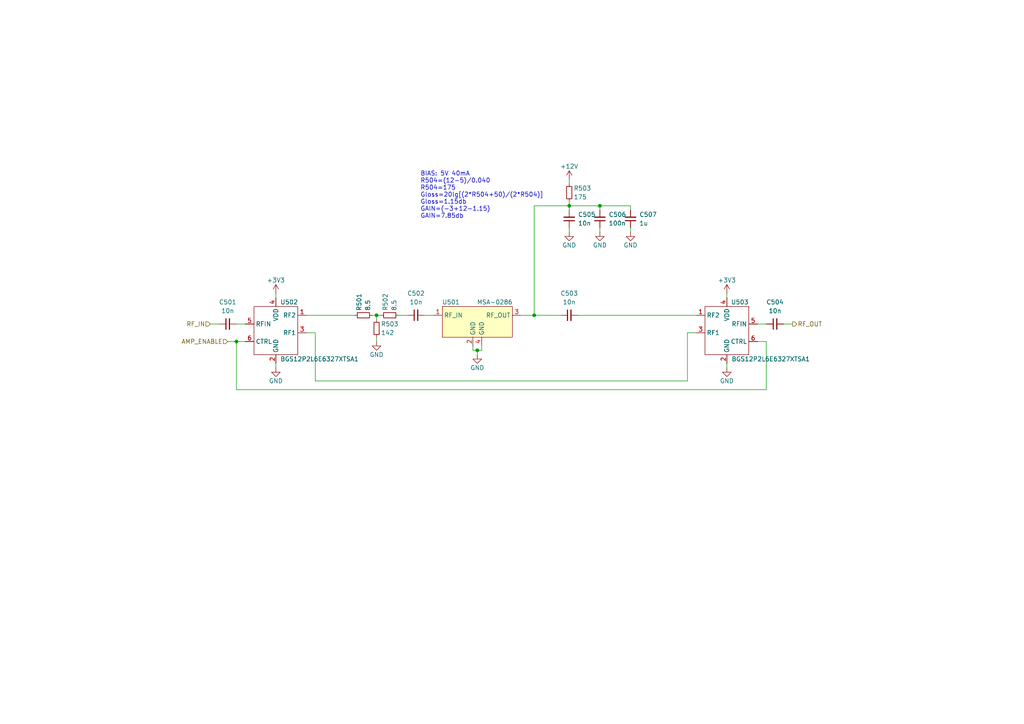
<source format=kicad_sch>
(kicad_sch (version 20211123) (generator eeschema)
  (paper "A4")
  (lib_symbols
    (symbol "Device:C_Small" (pin_numbers hide) (pin_names (offset 0.254) hide)
      (property "Reference" "C" (at 0.254 1.778 0))
      (property "Value" "C_Small" (at 0.254 -2.032 0))
      (symbol "C_Small_0_1"
        (polyline (pts (xy -1.524 -0.508) (xy 1.524 -0.508)) (stroke (width 0.3302)))
        (polyline (pts (xy -1.524 0.508) (xy 1.524 0.508)) (stroke (width 0.3048)))
      )
      (symbol "C_Small_1_1"
        (pin passive line (at 0 2.54 270) (length 2.032) (name "~") (number "1"))
        (pin passive line (at 0 -2.54 90) (length 2.032) (name "~") (number "2"))
      )
    )
    (symbol "Device:R_Small" (pin_numbers hide) (pin_names (offset 0.254) hide)
      (property "Reference" "R" (at 0.762 0.508 0))
      (property "Value" "R_Small" (at 0.762 -1.016 0))
      (symbol "R_Small_0_1"
        (rectangle (start -0.762 1.778) (end 0.762 -1.778) (stroke (width 0.2032)))
      )
      (symbol "R_Small_1_1"
        (pin passive line (at 0 2.54 270) (length 0.762) (name "~") (number "1"))
        (pin passive line (at 0 -2.54 90) (length 0.762) (name "~") (number "2"))
      )
    )
    (symbol "frontEnd:BGS12P2L6E6327XTSA1"
      (property "Reference" "U" (at 7.62 6.35 0))
      (property "Value" "BGS12P2L6E6327XTSA1" (at 19.05 -11.43 0))
      (symbol "BGS12P2L6E6327XTSA1_0_1"
        (rectangle (start 0 5.08) (end 12.7 -8.89))
      )
      (symbol "BGS12P2L6E6327XTSA1_1_1"
        (pin input line (at 15.24 2.54 180) (length 2.54) (name "RF2") (number "1"))
        (pin input line (at 6.35 -11.43 90) (length 2.54) (name "GND") (number "2"))
        (pin input line (at 15.24 -2.54 180) (length 2.54) (name "RF1") (number "3"))
        (pin input line (at 6.35 7.62 270) (length 2.54) (name "VDD") (number "4"))
        (pin input line (at -2.54 0 0) (length 2.54) (name "RFIN") (number "5"))
        (pin input line (at -2.54 -5.08 0) (length 2.54) (name "CTRL") (number "6"))
      )
    )
    (symbol "frontEnd:MSA-0286"
      (property "Reference" "U" (at -7.62 3.81 0))
      (property "Value" "MSA-0286" (at 6.35 3.81 0))
      (symbol "MSA-0286_0_1"
        (rectangle (start -8.89 2.54) (end 11.43 -6.35) (fill (type background)))
      )
      (symbol "MSA-0286_1_1"
        (pin input line (at -11.43 0 0) (length 2.54) (name "RF_IN") (number "1"))
        (pin input line (at 0 -8.89 90) (length 2.54) (name "GND") (number "2"))
        (pin input line (at 13.97 0 180) (length 2.54) (name "RF_OUT") (number "3"))
        (pin input line (at 2.54 -8.89 90) (length 2.54) (name "GND") (number "4"))
      )
    )
    (symbol "power:+12V" (power) (pin_names (offset 0))
      (property "Value" "+12V" (at 0 3.556 0))
      (symbol "+12V_0_1"
        (polyline (pts (xy -0.762 1.27) (xy 0 2.54)))
        (polyline (pts (xy 0 0) (xy 0 2.54)))
        (polyline (pts (xy 0 2.54) (xy 0.762 1.27)))
      )
      (symbol "+12V_1_1"
        (pin power_in line (at 0 0 90) (length 0) hide (name "+12V") (number "1"))
      )
    )
    (symbol "power:+3V3" (power) (pin_names (offset 0))
      (property "Value" "+3V3" (at 0 3.556 0))
      (symbol "+3V3_0_1"
        (polyline (pts (xy -0.762 1.27) (xy 0 2.54)))
        (polyline (pts (xy 0 0) (xy 0 2.54)))
        (polyline (pts (xy 0 2.54) (xy 0.762 1.27)))
      )
      (symbol "+3V3_1_1"
        (pin power_in line (at 0 0 90) (length 0) hide (name "+3V3") (number "1"))
      )
    )
    (symbol "power:GND" (power) (pin_names (offset 0))
      (property "Value" "GND" (at 0 -3.81 0))
      (symbol "GND_0_1"
        (polyline (pts (xy 0 0) (xy 0 -1.27) (xy 1.27 -1.27) (xy 0 -2.54) (xy -1.27 -1.27) (xy 0 -1.27)))
      )
      (symbol "GND_1_1"
        (pin power_in line (at 0 0 270) (length 0) hide (name "GND") (number "1"))
      )
    )
  )
  (junction (at 109.22 91.44))
  (junction (at 68.58 99.06))
  (junction (at 138.43 101.6))
  (junction (at 165.1 59.69))
  (junction (at 154.94 91.44))
  (junction (at 173.99 59.69))
  (wire (pts (xy 227.33 93.98) (xy 229.87 93.98)))
  (wire (pts (xy 66.04 99.06) (xy 68.58 99.06)))
  (wire (pts (xy 80.01 105.41) (xy 80.01 106.68)))
  (wire (pts (xy 199.39 110.49) (xy 199.39 96.52)))
  (wire (pts (xy 91.44 96.52) (xy 91.44 110.49)))
  (wire (pts (xy 219.71 93.98) (xy 222.25 93.98)))
  (wire (pts (xy 71.12 99.06) (xy 68.58 99.06)))
  (wire (pts (xy 107.95 91.44) (xy 109.22 91.44)))
  (wire (pts (xy 138.43 101.6) (xy 138.43 102.87)))
  (wire (pts (xy 139.7 100.33) (xy 139.7 101.6)))
  (wire (pts (xy 68.58 93.98) (xy 71.12 93.98)))
  (wire (pts (xy 173.99 66.04) (xy 173.99 67.31)))
  (wire (pts (xy 222.25 113.03) (xy 222.25 99.06)))
  (wire (pts (xy 165.1 58.42) (xy 165.1 59.69)))
  (wire (pts (xy 210.82 85.09) (xy 210.82 86.36)))
  (wire (pts (xy 115.57 91.44) (xy 118.11 91.44)))
  (wire (pts (xy 91.44 110.49) (xy 199.39 110.49)))
  (wire (pts (xy 137.16 100.33) (xy 137.16 101.6)))
  (wire (pts (xy 109.22 91.44) (xy 110.49 91.44)))
  (wire (pts (xy 165.1 66.04) (xy 165.1 67.31)))
  (wire (pts (xy 173.99 59.69) (xy 182.88 59.69)))
  (wire (pts (xy 210.82 105.41) (xy 210.82 106.68)))
  (wire (pts (xy 173.99 59.69) (xy 173.99 60.96)))
  (wire (pts (xy 60.96 93.98) (xy 63.5 93.98)))
  (wire (pts (xy 154.94 91.44) (xy 162.56 91.44)))
  (wire (pts (xy 68.58 113.03) (xy 222.25 113.03)))
  (wire (pts (xy 80.01 85.09) (xy 80.01 86.36)))
  (wire (pts (xy 199.39 96.52) (xy 201.93 96.52)))
  (wire (pts (xy 88.9 91.44) (xy 102.87 91.44)))
  (wire (pts (xy 182.88 66.04) (xy 182.88 67.31)))
  (wire (pts (xy 165.1 52.07) (xy 165.1 53.34)))
  (wire (pts (xy 182.88 59.69) (xy 182.88 60.96)))
  (wire (pts (xy 109.22 91.44) (xy 109.22 92.71)))
  (wire (pts (xy 154.94 59.69) (xy 154.94 91.44)))
  (wire (pts (xy 151.13 91.44) (xy 154.94 91.44)))
  (wire (pts (xy 123.19 91.44) (xy 125.73 91.44)))
  (wire (pts (xy 68.58 99.06) (xy 68.58 113.03)))
  (wire (pts (xy 88.9 96.52) (xy 91.44 96.52)))
  (wire (pts (xy 154.94 59.69) (xy 165.1 59.69)))
  (wire (pts (xy 165.1 59.69) (xy 173.99 59.69)))
  (wire (pts (xy 109.22 97.79) (xy 109.22 99.06)))
  (wire (pts (xy 222.25 99.06) (xy 219.71 99.06)))
  (wire (pts (xy 138.43 101.6) (xy 139.7 101.6)))
  (wire (pts (xy 137.16 101.6) (xy 138.43 101.6)))
  (wire (pts (xy 165.1 59.69) (xy 165.1 60.96)))
  (wire (pts (xy 167.64 91.44) (xy 201.93 91.44)))
  (text "BIAS: 5V 40mA\nR504=(12-5)/0.040\nR504=175\nGloss=20lg[(2*R504+50)/(2*R504)]\nGloss=1.15db\nGAIN=(-3+12-1.15)\nGAIN=7.85db" (at 121.92 63.5 0) (effects (font (size 1.27 1.27)) (justify left bottom)))
  (hierarchical_label "RF_IN" (shape input) (at 60.96 93.98 180))
  (hierarchical_label "AMP_ENABLE" (shape input) (at 66.04 99.06 180))
  (hierarchical_label "RF_OUT" (shape output) (at 229.87 93.98 0))
  (symbol (lib_id "Device:C_Small") (at 66.04 93.98 90) (unit 1)
    (property "Reference" "C501" (at 66.0463 87.63 90))
    (property "Value" "10n" (at 66.0463 90.17 90))
    (property "Footprint" "Capacitor_SMD:C_0805_2012Metric" (effects hide))
  )
  (symbol (lib_id "power:GND") (at 182.88 67.31 0) (unit 1)
    (property "Reference" "#PWR?" (effects hide))
    (property "Value" "GND" (at 182.88 71.12 0))
  )
  (symbol (lib_id "Device:R_Small") (at 109.22 95.25 0) (unit 1)
    (property "Reference" "R503" (at 110.49 93.98 0) (effects (justify left)))
    (property "Value" "142" (at 110.49 96.52 0) (effects (justify left)))
    (property "Footprint" "Resistor_SMD:R_0805_2012Metric" (effects hide))
  )
  (symbol (lib_id "power:GND") (at 109.22 99.06 0) (unit 1)
    (property "Reference" "#PWR?" (effects hide))
    (property "Value" "GND" (at 109.22 102.87 0))
  )
  (symbol (lib_id "power:GND") (at 80.01 106.68 0) (unit 1)
    (property "Reference" "#PWR?" (effects hide))
    (property "Value" "GND" (at 80.01 110.49 0))
  )
  (symbol (lib_id "Device:R_Small") (at 165.1 55.88 0) (unit 1)
    (property "Reference" "R503" (at 166.37 54.61 0) (effects (justify left)))
    (property "Value" "175" (at 166.37 57.15 0) (effects (justify left)))
    (property "Footprint" "Resistor_SMD:R_0805_2012Metric" (effects hide))
  )
  (symbol (lib_id "power:GND") (at 138.43 102.87 0) (unit 1)
    (property "Reference" "#PWR?" (effects hide))
    (property "Value" "GND" (at 138.43 106.68 0))
  )
  (symbol (lib_id "power:GND") (at 210.82 106.68 0) (unit 1)
    (property "Reference" "#PWR?" (effects hide))
    (property "Value" "GND" (at 210.82 110.49 0))
  )
  (symbol (lib_id "power:+3V3") (at 80.01 85.09 0) (unit 1)
    (property "Reference" "#PWR?" (effects hide))
    (property "Value" "+3V3" (at 80.01 81.28 0))
  )
  (symbol (lib_id "power:GND") (at 173.99 67.31 0) (unit 1)
    (property "Reference" "#PWR?" (effects hide))
    (property "Value" "GND" (at 173.99 71.12 0))
  )
  (symbol (lib_id "power:+12V") (at 165.1 52.07 0) (unit 1)
    (property "Reference" "#PWR?" (effects hide))
    (property "Value" "+12V" (at 165.1 48.26 0))
  )
  (symbol (lib_id "frontEnd:BGS12P2L6E6327XTSA1") (at 217.17 93.98 0) (mirror y) (unit 1)
    (property "Reference" "U503" (at 217.17 87.63 0) (effects (justify left)))
    (property "Value" "BGS12P2L6E6327XTSA1" (at 234.95 104.14 0) (effects (justify left)))
  )
  (symbol (lib_id "Device:R_Small") (at 105.41 91.44 90) (unit 1)
    (property "Reference" "R501" (at 104.14 90.17 0) (effects (justify left)))
    (property "Value" "8.5" (at 106.68 90.17 0) (effects (justify left)))
    (property "Footprint" "Resistor_SMD:R_0805_2012Metric" (effects hide))
  )
  (symbol (lib_id "Device:C_Small") (at 165.1 91.44 90) (unit 1)
    (property "Reference" "C503" (at 165.1063 85.09 90))
    (property "Value" "10n" (at 165.1063 87.63 90))
    (property "Footprint" "Capacitor_SMD:C_0805_2012Metric" (effects hide))
  )
  (symbol (lib_id "Device:R_Small") (at 113.03 91.44 90) (unit 1)
    (property "Reference" "R502" (at 111.76 90.17 0) (effects (justify left)))
    (property "Value" "8.5" (at 114.3 90.17 0) (effects (justify left)))
    (property "Footprint" "Resistor_SMD:R_0805_2012Metric" (effects hide))
  )
  (symbol (lib_id "Device:C_Small") (at 120.65 91.44 90) (unit 1)
    (property "Reference" "C502" (at 120.6563 85.09 90))
    (property "Value" "10n" (at 120.6563 87.63 90))
    (property "Footprint" "Capacitor_SMD:C_0805_2012Metric" (effects hide))
  )
  (symbol (lib_id "power:GND") (at 165.1 67.31 0) (unit 1)
    (property "Reference" "#PWR?" (effects hide))
    (property "Value" "GND" (at 165.1 71.12 0))
  )
  (symbol (lib_id "frontEnd:MSA-0286") (at 137.16 91.44 0) (unit 1)
    (property "Reference" "U501" (at 130.81 87.63 0))
    (property "Value" "MSA-0286" (at 143.51 87.63 0))
  )
  (symbol (lib_id "Device:C_Small") (at 182.88 63.5 180) (unit 1)
    (property "Reference" "C507" (at 185.42 62.2235 0) (effects (justify right)))
    (property "Value" "1u" (at 185.42 64.7635 0) (effects (justify right)))
    (property "Footprint" "Capacitor_SMD:C_0805_2012Metric" (effects hide))
  )
  (symbol (lib_id "Device:C_Small") (at 173.99 63.5 180) (unit 1)
    (property "Reference" "C506" (at 176.53 62.2235 0) (effects (justify right)))
    (property "Value" "100n" (at 176.53 64.7635 0) (effects (justify right)))
    (property "Footprint" "Capacitor_SMD:C_0805_2012Metric" (effects hide))
  )
  (symbol (lib_id "Device:C_Small") (at 165.1 63.5 180) (unit 1)
    (property "Reference" "C505" (at 167.64 62.2235 0) (effects (justify right)))
    (property "Value" "10n" (at 167.64 64.7635 0) (effects (justify right)))
    (property "Footprint" "Capacitor_SMD:C_0805_2012Metric" (effects hide))
  )
  (symbol (lib_id "frontEnd:BGS12P2L6E6327XTSA1") (at 73.66 93.98 0) (unit 1)
    (property "Reference" "U502" (at 81.28 87.63 0) (effects (justify left)))
    (property "Value" "BGS12P2L6E6327XTSA1" (at 81.28 104.14 0) (effects (justify left)))
  )
  (symbol (lib_id "Device:C_Small") (at 224.79 93.98 90) (unit 1)
    (property "Reference" "C504" (at 224.7963 87.63 90))
    (property "Value" "10n" (at 224.7963 90.17 90))
    (property "Footprint" "Capacitor_SMD:C_0805_2012Metric" (effects hide))
  )
  (symbol (lib_id "power:+3V3") (at 210.82 85.09 0) (unit 1)
    (property "Reference" "#PWR?" (effects hide))
    (property "Value" "+3V3" (at 210.82 81.28 0))
  )
)
</source>
